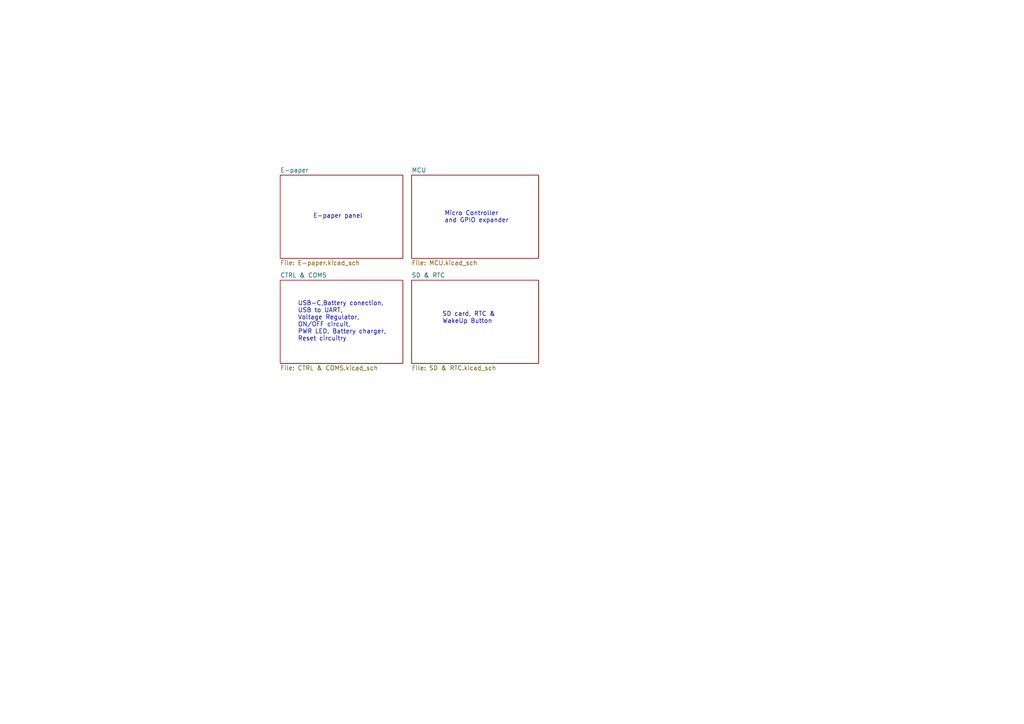
<source format=kicad_sch>
(kicad_sch (version 20211123) (generator eeschema)

  (uuid e63e39d7-6ac0-4ffd-8aa3-1841a4541b55)

  (paper "A4")

  (title_block
    (title "Soldered Inkplate 7")
    (date "2023-08-02")
    (rev "V1.1.0.")
    (company "SOLDERED")
    (comment 1 "333259")
  )

  (lib_symbols
  )


  (text "E-paper panel" (at 90.805 63.5 0)
    (effects (font (size 1.27 1.27)) (justify left bottom))
    (uuid 01c65e5b-031a-48af-9be6-e56cbfa82610)
  )
  (text "USB-C,Battery conection,\nUSB to UART,\nVoltage Regulator, \nON/OFF circuit, \nPWR LED, Battery charger,\nReset circuitry"
    (at 86.36 99.06 0)
    (effects (font (size 1.27 1.27)) (justify left bottom))
    (uuid 48c0afbc-134a-4252-93fc-de5401f92970)
  )
  (text "Micro Controller \nand GPIO expander" (at 128.905 64.77 0)
    (effects (font (size 1.27 1.27)) (justify left bottom))
    (uuid 581e088f-6980-477d-ab85-536c5503921d)
  )
  (text "SD card, RTC &\nWakeUp Button" (at 128.27 93.98 0)
    (effects (font (size 1.27 1.27)) (justify left bottom))
    (uuid d46c2d73-379f-42b5-81a1-576937a46f8f)
  )

  (sheet (at 119.38 81.28) (size 36.83 24.13) (fields_autoplaced)
    (stroke (width 0.1524) (type solid) (color 0 0 0 0))
    (fill (color 0 0 0 0.0000))
    (uuid 45eec7c6-a15e-409c-8574-297c02f7ea13)
    (property "Sheet name" "SD & RTC" (id 0) (at 119.38 80.5684 0)
      (effects (font (size 1.27 1.27)) (justify left bottom))
    )
    (property "Sheet file" "SD & RTC.kicad_sch" (id 1) (at 119.38 105.9946 0)
      (effects (font (size 1.27 1.27)) (justify left top))
    )
  )

  (sheet (at 119.38 50.8) (size 36.83 24.13) (fields_autoplaced)
    (stroke (width 0.1524) (type solid) (color 0 0 0 0))
    (fill (color 0 0 0 0.0000))
    (uuid 85688a88-775e-4a4d-a286-17d06163e760)
    (property "Sheet name" "MCU" (id 0) (at 119.38 50.0884 0)
      (effects (font (size 1.27 1.27)) (justify left bottom))
    )
    (property "Sheet file" "MCU.kicad_sch" (id 1) (at 119.38 75.5146 0)
      (effects (font (size 1.27 1.27)) (justify left top))
    )
  )

  (sheet (at 81.28 50.8) (size 35.56 24.13) (fields_autoplaced)
    (stroke (width 0.1524) (type solid) (color 0 0 0 0))
    (fill (color 0 0 0 0.0000))
    (uuid d4876469-b949-49ce-b8fe-43cb458692a4)
    (property "Sheet name" "E-paper" (id 0) (at 81.28 50.0884 0)
      (effects (font (size 1.27 1.27)) (justify left bottom))
    )
    (property "Sheet file" "E-paper.kicad_sch" (id 1) (at 81.28 75.5146 0)
      (effects (font (size 1.27 1.27)) (justify left top))
    )
  )

  (sheet (at 81.28 81.28) (size 35.56 24.13) (fields_autoplaced)
    (stroke (width 0.1524) (type solid) (color 0 0 0 0))
    (fill (color 0 0 0 0.0000))
    (uuid d7f5ed70-e933-478e-bfdc-450d0e05c7a0)
    (property "Sheet name" "CTRL & COMS" (id 0) (at 81.28 80.5684 0)
      (effects (font (size 1.27 1.27)) (justify left bottom))
    )
    (property "Sheet file" "CTRL & COMS.kicad_sch" (id 1) (at 81.28 105.9946 0)
      (effects (font (size 1.27 1.27)) (justify left top))
    )
  )

  (sheet_instances
    (path "/" (page "1"))
    (path "/d4876469-b949-49ce-b8fe-43cb458692a4" (page "2"))
    (path "/85688a88-775e-4a4d-a286-17d06163e760" (page "3"))
    (path "/d7f5ed70-e933-478e-bfdc-450d0e05c7a0" (page "4"))
    (path "/45eec7c6-a15e-409c-8574-297c02f7ea13" (page "5"))
  )

  (symbol_instances
    (path "/d4876469-b949-49ce-b8fe-43cb458692a4/6b242a5e-f672-400b-923d-c5f135f0a066"
      (reference "#PWR01") (unit 1) (value "GND") (footprint "")
    )
    (path "/d4876469-b949-49ce-b8fe-43cb458692a4/0b2b85c7-de88-4ec2-ad81-491d234c4f13"
      (reference "#PWR02") (unit 1) (value "GND") (footprint "")
    )
    (path "/d4876469-b949-49ce-b8fe-43cb458692a4/b2a76511-5947-4850-9c65-00a7a6de72af"
      (reference "#PWR03") (unit 1) (value "GND") (footprint "")
    )
    (path "/d4876469-b949-49ce-b8fe-43cb458692a4/490f1b76-11a7-4dd9-9b7a-7f1899d35d4f"
      (reference "#PWR04") (unit 1) (value "VGH") (footprint "")
    )
    (path "/d4876469-b949-49ce-b8fe-43cb458692a4/dd262133-3b1f-402a-8158-3af5e2a197f5"
      (reference "#PWR05") (unit 1) (value "VDD") (footprint "")
    )
    (path "/d4876469-b949-49ce-b8fe-43cb458692a4/cac9bfaf-befb-4bc4-a856-70ad5898782f"
      (reference "#PWR06") (unit 1) (value "VSH") (footprint "")
    )
    (path "/d4876469-b949-49ce-b8fe-43cb458692a4/1f783e1b-8141-4726-92ac-fc26fdcfa76a"
      (reference "#PWR07") (unit 1) (value "PREVGH") (footprint "")
    )
    (path "/d4876469-b949-49ce-b8fe-43cb458692a4/34b39ce7-172f-482c-bd47-dc759d12d7d7"
      (reference "#PWR08") (unit 1) (value "VSL") (footprint "")
    )
    (path "/d4876469-b949-49ce-b8fe-43cb458692a4/6e8c30bf-41e6-4b0c-812d-1aa63e1e0d83"
      (reference "#PWR09") (unit 1) (value "PREVGL") (footprint "")
    )
    (path "/d4876469-b949-49ce-b8fe-43cb458692a4/16779ab8-0ff0-4e5d-af6b-e1deee959e2e"
      (reference "#PWR010") (unit 1) (value "VCOM") (footprint "")
    )
    (path "/d4876469-b949-49ce-b8fe-43cb458692a4/50995e64-7296-4b25-9b24-87ec7499d76b"
      (reference "#PWR011") (unit 1) (value "VCOM") (footprint "")
    )
    (path "/d4876469-b949-49ce-b8fe-43cb458692a4/c2350791-8fec-4be3-8b55-c137e0d4720d"
      (reference "#PWR012") (unit 1) (value "GND") (footprint "")
    )
    (path "/d4876469-b949-49ce-b8fe-43cb458692a4/6d90ed54-d2eb-481e-8825-b4c0da15c178"
      (reference "#PWR013") (unit 1) (value "VSL") (footprint "")
    )
    (path "/d4876469-b949-49ce-b8fe-43cb458692a4/a318c5d8-2e1f-4677-941e-2e6bb7098e55"
      (reference "#PWR014") (unit 1) (value "GND") (footprint "")
    )
    (path "/d4876469-b949-49ce-b8fe-43cb458692a4/3e3a6d12-2d26-4cac-b4d5-aabf78002216"
      (reference "#PWR015") (unit 1) (value "VSH") (footprint "")
    )
    (path "/d4876469-b949-49ce-b8fe-43cb458692a4/de28e8ca-da94-4b17-90a6-6fd14251e824"
      (reference "#PWR016") (unit 1) (value "GND") (footprint "")
    )
    (path "/d4876469-b949-49ce-b8fe-43cb458692a4/4957628a-0487-4b2e-9e46-2b76a5391512"
      (reference "#PWR017") (unit 1) (value "VDD") (footprint "")
    )
    (path "/d4876469-b949-49ce-b8fe-43cb458692a4/9cd6be62-894d-4512-bedb-330151173375"
      (reference "#PWR018") (unit 1) (value "GND") (footprint "")
    )
    (path "/d4876469-b949-49ce-b8fe-43cb458692a4/8104c9c3-5795-4cc3-a103-8db2de231476"
      (reference "#PWR019") (unit 1) (value "GND") (footprint "")
    )
    (path "/d4876469-b949-49ce-b8fe-43cb458692a4/cde4a8d7-df02-40cf-88e8-96c1b0dfb72a"
      (reference "#PWR020") (unit 1) (value "GND") (footprint "")
    )
    (path "/d4876469-b949-49ce-b8fe-43cb458692a4/911e0420-07a0-4ee7-b6c6-de532f5db219"
      (reference "#PWR021") (unit 1) (value "VGH") (footprint "")
    )
    (path "/d4876469-b949-49ce-b8fe-43cb458692a4/3fb4539e-2b5f-4b67-bd02-4e2291e31b89"
      (reference "#PWR022") (unit 1) (value "GND") (footprint "")
    )
    (path "/d4876469-b949-49ce-b8fe-43cb458692a4/cb11120e-f8e3-44a6-bc9a-9e29175bafdb"
      (reference "#PWR023") (unit 1) (value "GND") (footprint "")
    )
    (path "/d4876469-b949-49ce-b8fe-43cb458692a4/59cde1ca-d4c4-4553-ab6d-ac30af0b2b13"
      (reference "#PWR024") (unit 1) (value "GND") (footprint "")
    )
    (path "/d4876469-b949-49ce-b8fe-43cb458692a4/6ae6f344-3748-4839-993e-5d27aca5df10"
      (reference "#PWR025") (unit 1) (value "3V3") (footprint "")
    )
    (path "/d4876469-b949-49ce-b8fe-43cb458692a4/08bb1afe-a1b6-4526-a9d0-eb5567e3b97c"
      (reference "#PWR026") (unit 1) (value "PREVGL") (footprint "")
    )
    (path "/d4876469-b949-49ce-b8fe-43cb458692a4/5ff3bf1b-cc9f-4ee1-9b1a-cfa84baa40e4"
      (reference "#PWR027") (unit 1) (value "GND") (footprint "")
    )
    (path "/d4876469-b949-49ce-b8fe-43cb458692a4/7b6bd202-6f9a-4305-8f5e-819afa2086ac"
      (reference "#PWR028") (unit 1) (value "PREVGH") (footprint "")
    )
    (path "/d4876469-b949-49ce-b8fe-43cb458692a4/0b183dbb-0e44-4b31-a54a-6a06e1d85828"
      (reference "#PWR029") (unit 1) (value "GND") (footprint "")
    )
    (path "/d4876469-b949-49ce-b8fe-43cb458692a4/baaf8ecd-8ebf-4199-85ef-8416242b04c0"
      (reference "#PWR030") (unit 1) (value "GND") (footprint "")
    )
    (path "/d4876469-b949-49ce-b8fe-43cb458692a4/a750d69e-cb65-4ed6-ad9d-5914969ea708"
      (reference "#PWR031") (unit 1) (value "GND") (footprint "")
    )
    (path "/d4876469-b949-49ce-b8fe-43cb458692a4/98d171be-abd4-4508-83af-5bc3bc721c8b"
      (reference "#PWR032") (unit 1) (value "GND") (footprint "")
    )
    (path "/85688a88-775e-4a4d-a286-17d06163e760/515f47c6-f67e-4e02-8b54-99994e05f34d"
      (reference "#PWR033") (unit 1) (value "3V3") (footprint "")
    )
    (path "/85688a88-775e-4a4d-a286-17d06163e760/741d2dbe-499a-4dfa-abd4-04eaf3ceb775"
      (reference "#PWR034") (unit 1) (value "GND") (footprint "")
    )
    (path "/85688a88-775e-4a4d-a286-17d06163e760/52ec4ae8-d339-4d00-8c95-93953c3c3058"
      (reference "#PWR035") (unit 1) (value "3V3") (footprint "")
    )
    (path "/85688a88-775e-4a4d-a286-17d06163e760/3149d1fe-9b01-4234-86fd-3bd31b8f925a"
      (reference "#PWR036") (unit 1) (value "GND") (footprint "")
    )
    (path "/85688a88-775e-4a4d-a286-17d06163e760/45421052-4e1a-499f-88aa-872bc74f1f82"
      (reference "#PWR037") (unit 1) (value "3V3") (footprint "")
    )
    (path "/85688a88-775e-4a4d-a286-17d06163e760/0ee9ff69-1312-415b-9fec-f278743bf9e0"
      (reference "#PWR038") (unit 1) (value "GND") (footprint "")
    )
    (path "/85688a88-775e-4a4d-a286-17d06163e760/42a9f306-2ce3-4a6c-9a60-cd1f7ee76e6b"
      (reference "#PWR039") (unit 1) (value "3V3") (footprint "")
    )
    (path "/85688a88-775e-4a4d-a286-17d06163e760/5399b1c6-6237-45d3-b656-d8a879a19be3"
      (reference "#PWR040") (unit 1) (value "GND") (footprint "")
    )
    (path "/85688a88-775e-4a4d-a286-17d06163e760/7a743fc9-eb55-4e04-8f4f-8c608ffa1d69"
      (reference "#PWR041") (unit 1) (value "GND") (footprint "")
    )
    (path "/85688a88-775e-4a4d-a286-17d06163e760/971fcb6b-34af-48dc-88f4-5428cbcd4ee7"
      (reference "#PWR042") (unit 1) (value "3V3") (footprint "")
    )
    (path "/85688a88-775e-4a4d-a286-17d06163e760/f4559cf8-b443-4df3-b335-21420fe4970e"
      (reference "#PWR043") (unit 1) (value "GND") (footprint "")
    )
    (path "/85688a88-775e-4a4d-a286-17d06163e760/68be759b-71bc-49ff-b733-729f91e576c7"
      (reference "#PWR044") (unit 1) (value "GND") (footprint "")
    )
    (path "/85688a88-775e-4a4d-a286-17d06163e760/7d44ec3f-89f8-43a6-97b8-3d60207b86e7"
      (reference "#PWR045") (unit 1) (value "GND") (footprint "")
    )
    (path "/85688a88-775e-4a4d-a286-17d06163e760/99a72be7-b052-45a5-a81c-c01879af864a"
      (reference "#PWR046") (unit 1) (value "3V3") (footprint "")
    )
    (path "/85688a88-775e-4a4d-a286-17d06163e760/9adba8cf-a187-4272-a4dc-7a894acaa1b7"
      (reference "#PWR047") (unit 1) (value "3V3") (footprint "")
    )
    (path "/85688a88-775e-4a4d-a286-17d06163e760/a8f16b0c-e3f1-42de-87f2-d441b4a5887a"
      (reference "#PWR048") (unit 1) (value "VIN") (footprint "")
    )
    (path "/85688a88-775e-4a4d-a286-17d06163e760/5714f684-d966-4f9b-be82-ead6519817ec"
      (reference "#PWR049") (unit 1) (value "GND") (footprint "")
    )
    (path "/85688a88-775e-4a4d-a286-17d06163e760/c934bc45-5f32-4f33-a86a-ad514c0d3026"
      (reference "#PWR050") (unit 1) (value "GND") (footprint "")
    )
    (path "/85688a88-775e-4a4d-a286-17d06163e760/84b2b8f2-43e3-4e29-9bb7-8475d4fac364"
      (reference "#PWR051") (unit 1) (value "VBAT") (footprint "")
    )
    (path "/d7f5ed70-e933-478e-bfdc-450d0e05c7a0/88c1d520-e6af-49c7-a320-992e7d5c5f92"
      (reference "#PWR052") (unit 1) (value "GND") (footprint "")
    )
    (path "/d7f5ed70-e933-478e-bfdc-450d0e05c7a0/73b71992-f927-4c01-9a79-9963e3d17221"
      (reference "#PWR053") (unit 1) (value "GND") (footprint "")
    )
    (path "/d7f5ed70-e933-478e-bfdc-450d0e05c7a0/e9c742f6-903a-485f-8b97-7d43209ebe7c"
      (reference "#PWR054") (unit 1) (value "VUSB") (footprint "")
    )
    (path "/d7f5ed70-e933-478e-bfdc-450d0e05c7a0/34e773b2-0d30-46ba-bf18-7af5cbbb92b1"
      (reference "#PWR055") (unit 1) (value "GND") (footprint "")
    )
    (path "/d7f5ed70-e933-478e-bfdc-450d0e05c7a0/bf3e369c-93ad-4e32-b7d0-0fb2730e2035"
      (reference "#PWR056") (unit 1) (value "3V3") (footprint "")
    )
    (path "/d7f5ed70-e933-478e-bfdc-450d0e05c7a0/0f758823-0bd2-4da5-b87d-da32a84dcd8e"
      (reference "#PWR057") (unit 1) (value "GND") (footprint "")
    )
    (path "/d7f5ed70-e933-478e-bfdc-450d0e05c7a0/4d260736-bb66-43c4-a6fe-7a745ef8f163"
      (reference "#PWR058") (unit 1) (value "GND") (footprint "")
    )
    (path "/d7f5ed70-e933-478e-bfdc-450d0e05c7a0/b2ca9bf9-25c9-4df6-aa36-8529aadbda2c"
      (reference "#PWR059") (unit 1) (value "GND") (footprint "")
    )
    (path "/d7f5ed70-e933-478e-bfdc-450d0e05c7a0/f8b95d1a-e4f8-4515-90a4-141b05e62093"
      (reference "#PWR060") (unit 1) (value "3V3") (footprint "")
    )
    (path "/d7f5ed70-e933-478e-bfdc-450d0e05c7a0/19d30912-67af-4de8-9c63-a1a408237342"
      (reference "#PWR061") (unit 1) (value "VUSB") (footprint "")
    )
    (path "/d7f5ed70-e933-478e-bfdc-450d0e05c7a0/e2a51f1a-4425-4549-b37b-8a2ce82ad860"
      (reference "#PWR062") (unit 1) (value "GND") (footprint "")
    )
    (path "/d7f5ed70-e933-478e-bfdc-450d0e05c7a0/e09391e4-9a6a-4084-9be2-7f622e39c58c"
      (reference "#PWR063") (unit 1) (value "3V3") (footprint "")
    )
    (path "/d7f5ed70-e933-478e-bfdc-450d0e05c7a0/5cad19f4-5f26-4461-8ed3-7e39c055984f"
      (reference "#PWR064") (unit 1) (value "3V3") (footprint "")
    )
    (path "/d7f5ed70-e933-478e-bfdc-450d0e05c7a0/be634cbc-3575-4ad7-97a4-c7c4dcf40c80"
      (reference "#PWR065") (unit 1) (value "GND") (footprint "")
    )
    (path "/d7f5ed70-e933-478e-bfdc-450d0e05c7a0/b568bcb3-2cc4-43e3-b94c-5f0a2a087bf7"
      (reference "#PWR066") (unit 1) (value "VBAT") (footprint "")
    )
    (path "/d7f5ed70-e933-478e-bfdc-450d0e05c7a0/c639e71a-510d-44f3-a4d6-1954e7e64f33"
      (reference "#PWR067") (unit 1) (value "GND") (footprint "")
    )
    (path "/d7f5ed70-e933-478e-bfdc-450d0e05c7a0/e23fb7e1-005c-425d-ae94-074c5a339c3b"
      (reference "#PWR068") (unit 1) (value "VBAT") (footprint "")
    )
    (path "/d7f5ed70-e933-478e-bfdc-450d0e05c7a0/2d44580c-58f5-4327-9402-e05bc6065e27"
      (reference "#PWR069") (unit 1) (value "GND") (footprint "")
    )
    (path "/d7f5ed70-e933-478e-bfdc-450d0e05c7a0/c2050c7b-707a-4571-9d6d-ea0fcac32eb2"
      (reference "#PWR070") (unit 1) (value "GND") (footprint "")
    )
    (path "/d7f5ed70-e933-478e-bfdc-450d0e05c7a0/9a2d617e-0846-4445-912d-c2e9ca2aa2ea"
      (reference "#PWR071") (unit 1) (value "VIN") (footprint "")
    )
    (path "/d7f5ed70-e933-478e-bfdc-450d0e05c7a0/118877e3-aada-4196-a2c1-90600a55a3a2"
      (reference "#PWR072") (unit 1) (value "VBAT") (footprint "")
    )
    (path "/d7f5ed70-e933-478e-bfdc-450d0e05c7a0/d31a32fa-6b40-4c7b-9351-7d8a88b3d1ee"
      (reference "#PWR073") (unit 1) (value "3V3") (footprint "")
    )
    (path "/d7f5ed70-e933-478e-bfdc-450d0e05c7a0/029ccb8c-909d-44f5-b6ab-3be01cf6293c"
      (reference "#PWR074") (unit 1) (value "GND") (footprint "")
    )
    (path "/d7f5ed70-e933-478e-bfdc-450d0e05c7a0/3ada834d-9255-4979-b099-7644ad875b7a"
      (reference "#PWR075") (unit 1) (value "VUSB") (footprint "")
    )
    (path "/d7f5ed70-e933-478e-bfdc-450d0e05c7a0/96338d7e-c430-4a7c-8bad-6c411753833f"
      (reference "#PWR076") (unit 1) (value "GND") (footprint "")
    )
    (path "/d7f5ed70-e933-478e-bfdc-450d0e05c7a0/1828217d-5ae8-4bad-a935-cea7b001a682"
      (reference "#PWR077") (unit 1) (value "VBAT") (footprint "")
    )
    (path "/d7f5ed70-e933-478e-bfdc-450d0e05c7a0/815159d0-19a1-4d51-a0dc-1b1b1aa67ba3"
      (reference "#PWR078") (unit 1) (value "GND") (footprint "")
    )
    (path "/d7f5ed70-e933-478e-bfdc-450d0e05c7a0/74061df0-18e0-4048-b566-76e76ba489a2"
      (reference "#PWR079") (unit 1) (value "GND") (footprint "")
    )
    (path "/d7f5ed70-e933-478e-bfdc-450d0e05c7a0/b573bb93-4fd7-4ab4-a5e6-f367f066e403"
      (reference "#PWR080") (unit 1) (value "GND") (footprint "")
    )
    (path "/d7f5ed70-e933-478e-bfdc-450d0e05c7a0/08b3a02e-d63b-4b38-9af8-54d87cc95785"
      (reference "#PWR081") (unit 1) (value "GND") (footprint "")
    )
    (path "/d7f5ed70-e933-478e-bfdc-450d0e05c7a0/22949a25-a45c-47fc-b266-7f0f66eb81e2"
      (reference "#PWR082") (unit 1) (value "GND") (footprint "")
    )
    (path "/d7f5ed70-e933-478e-bfdc-450d0e05c7a0/42fd795d-4ca4-4fc3-ac73-ec2457e8f6d1"
      (reference "#PWR083") (unit 1) (value "VUSB") (footprint "")
    )
    (path "/d7f5ed70-e933-478e-bfdc-450d0e05c7a0/ccc10f2c-437a-439d-b839-d2553692e389"
      (reference "#PWR084") (unit 1) (value "GND") (footprint "")
    )
    (path "/d7f5ed70-e933-478e-bfdc-450d0e05c7a0/888fc060-f4c4-4790-8ab5-9517c8d2c7db"
      (reference "#PWR085") (unit 1) (value "3V3") (footprint "")
    )
    (path "/d7f5ed70-e933-478e-bfdc-450d0e05c7a0/8d7faae8-181d-4e19-95e8-c15382de89d6"
      (reference "#PWR086") (unit 1) (value "GND") (footprint "")
    )
    (path "/d7f5ed70-e933-478e-bfdc-450d0e05c7a0/493a16de-4ae3-435d-8f6b-4ef66126eeeb"
      (reference "#PWR087") (unit 1) (value "VIN") (footprint "")
    )
    (path "/d7f5ed70-e933-478e-bfdc-450d0e05c7a0/23746fa6-a9c9-4b29-9ae4-62a84efe2417"
      (reference "#PWR088") (unit 1) (value "VUSB") (footprint "")
    )
    (path "/d7f5ed70-e933-478e-bfdc-450d0e05c7a0/fbe588ba-a20e-4291-ab1e-d66f94bc67b8"
      (reference "#PWR089") (unit 1) (value "GND") (footprint "")
    )
    (path "/d7f5ed70-e933-478e-bfdc-450d0e05c7a0/f7e83a01-113d-4c9d-ae7b-65df983f7278"
      (reference "#PWR090") (unit 1) (value "VBAT") (footprint "")
    )
    (path "/d7f5ed70-e933-478e-bfdc-450d0e05c7a0/da70975f-e4b3-40fb-a746-f014aa3da9df"
      (reference "#PWR091") (unit 1) (value "GND") (footprint "")
    )
    (path "/d7f5ed70-e933-478e-bfdc-450d0e05c7a0/124ddcb1-3136-4b23-997f-cdbac7092117"
      (reference "#PWR092") (unit 1) (value "VIN") (footprint "")
    )
    (path "/d7f5ed70-e933-478e-bfdc-450d0e05c7a0/5e1d1993-f66f-4a6c-9f20-6d78f1f87416"
      (reference "#PWR093") (unit 1) (value "GND") (footprint "")
    )
    (path "/d7f5ed70-e933-478e-bfdc-450d0e05c7a0/d6e1e720-1394-4eff-b965-afa8ad6808db"
      (reference "#PWR094") (unit 1) (value "VIN") (footprint "")
    )
    (path "/d7f5ed70-e933-478e-bfdc-450d0e05c7a0/f1f1d54c-59e8-4c7c-9257-85b5d8e5be5c"
      (reference "#PWR095") (unit 1) (value "GND") (footprint "")
    )
    (path "/d7f5ed70-e933-478e-bfdc-450d0e05c7a0/2ed49adf-df71-4e37-94ee-afcd5d677269"
      (reference "#PWR096") (unit 1) (value "GND") (footprint "")
    )
    (path "/d7f5ed70-e933-478e-bfdc-450d0e05c7a0/bff49ab9-9cd4-43a2-9fc1-1ab969c2e815"
      (reference "#PWR097") (unit 1) (value "GND") (footprint "")
    )
    (path "/d7f5ed70-e933-478e-bfdc-450d0e05c7a0/d9e0edfe-2c88-4593-920b-8278dae148d8"
      (reference "#PWR098") (unit 1) (value "3V3") (footprint "")
    )
    (path "/d7f5ed70-e933-478e-bfdc-450d0e05c7a0/abfc5437-0013-4c3a-8f5a-92f227249610"
      (reference "#PWR099") (unit 1) (value "GND") (footprint "")
    )
    (path "/45eec7c6-a15e-409c-8574-297c02f7ea13/84ec55a7-cdd9-41cc-9daa-addac706038b"
      (reference "#PWR0100") (unit 1) (value "GND") (footprint "")
    )
    (path "/45eec7c6-a15e-409c-8574-297c02f7ea13/8c78b531-00c6-426a-b75e-0d812e7558f5"
      (reference "#PWR0101") (unit 1) (value "3V3") (footprint "")
    )
    (path "/45eec7c6-a15e-409c-8574-297c02f7ea13/e6399aa4-ae54-48f2-ac4c-d0f6d2879af1"
      (reference "#PWR0102") (unit 1) (value "GND") (footprint "")
    )
    (path "/45eec7c6-a15e-409c-8574-297c02f7ea13/2d3573c1-18b8-4ec2-9ce9-bea043ed0d8d"
      (reference "#PWR0103") (unit 1) (value "3V3") (footprint "")
    )
    (path "/45eec7c6-a15e-409c-8574-297c02f7ea13/37cbf9f7-ccd8-42df-9f7a-6b9347a094f2"
      (reference "#PWR0104") (unit 1) (value "3V3") (footprint "")
    )
    (path "/45eec7c6-a15e-409c-8574-297c02f7ea13/3b00d4f9-938d-4b1c-be32-6426c76909bc"
      (reference "#PWR0105") (unit 1) (value "3V3") (footprint "")
    )
    (path "/45eec7c6-a15e-409c-8574-297c02f7ea13/622d6ece-5df7-4b9c-b800-653f5af9845e"
      (reference "#PWR0106") (unit 1) (value "GND") (footprint "")
    )
    (path "/45eec7c6-a15e-409c-8574-297c02f7ea13/34caa346-facf-4258-bfda-ecf249ace61b"
      (reference "#PWR0107") (unit 1) (value "GND") (footprint "")
    )
    (path "/45eec7c6-a15e-409c-8574-297c02f7ea13/4cf91504-5c20-46cf-8e0c-7396f1c118d8"
      (reference "#PWR0108") (unit 1) (value "GND") (footprint "")
    )
    (path "/45eec7c6-a15e-409c-8574-297c02f7ea13/17c865b7-2e7c-465a-9d00-03990c846c33"
      (reference "#PWR0109") (unit 1) (value "3V3") (footprint "")
    )
    (path "/45eec7c6-a15e-409c-8574-297c02f7ea13/18157c86-6fe2-41e2-862e-860e61cae2be"
      (reference "#PWR0110") (unit 1) (value "GND") (footprint "")
    )
    (path "/45eec7c6-a15e-409c-8574-297c02f7ea13/8e5aabfd-0b3b-4850-aed6-a0c95ec05656"
      (reference "#PWR0111") (unit 1) (value "GND") (footprint "")
    )
    (path "/d4876469-b949-49ce-b8fe-43cb458692a4/7ddb5057-4bdd-4fd5-8037-7e1e981d1855"
      (reference "C1") (unit 1) (value "GMK107BJ105KAHT-1u-35V") (footprint "e-radionica.com footprinti:0603C")
    )
    (path "/d4876469-b949-49ce-b8fe-43cb458692a4/09f515c6-a08e-484e-ae28-0a543db353d5"
      (reference "C2") (unit 1) (value "UMK212BBJ475KG-T-4u7-50V") (footprint "e-radionica.com footprinti:0805C")
    )
    (path "/d4876469-b949-49ce-b8fe-43cb458692a4/f15d0f29-893e-4a62-baee-61b16a2c17d1"
      (reference "C3") (unit 1) (value "UMK212BBJ475KG-T-4u7-50V") (footprint "e-radionica.com footprinti:0805C")
    )
    (path "/d4876469-b949-49ce-b8fe-43cb458692a4/ccd521ea-738b-4be1-8341-0db4eb7f99d7"
      (reference "C4") (unit 1) (value "GMK107BJ105KAHT-1u-35V") (footprint "e-radionica.com footprinti:0603C")
    )
    (path "/d4876469-b949-49ce-b8fe-43cb458692a4/2298d10f-bb5a-4ef0-9aec-a99faec63da9"
      (reference "C5") (unit 1) (value "GMK107BJ105KAHT-1u-35V") (footprint "e-radionica.com footprinti:0603C")
    )
    (path "/d4876469-b949-49ce-b8fe-43cb458692a4/f83027bb-070f-4557-83ad-0674e9289727"
      (reference "C6") (unit 1) (value "GMK107BJ105KAHT-1u-35V") (footprint "e-radionica.com footprinti:0603C")
    )
    (path "/d4876469-b949-49ce-b8fe-43cb458692a4/7a838f72-ba56-4f82-afcf-9a380d690d5b"
      (reference "C7") (unit 1) (value "UMK212BBJ475KG-T-4u7-50V") (footprint "e-radionica.com footprinti:0805C")
    )
    (path "/d4876469-b949-49ce-b8fe-43cb458692a4/3853fd75-af9d-45da-8752-a36110490c69"
      (reference "C8") (unit 1) (value "UMK212BBJ475KG-T-4u7-50V") (footprint "e-radionica.com footprinti:0805C")
    )
    (path "/d4876469-b949-49ce-b8fe-43cb458692a4/90fdbdfe-1ed1-434a-bae4-a345087ae78d"
      (reference "C9") (unit 1) (value "UMK212BBJ475KG-T-4u7-50V") (footprint "e-radionica.com footprinti:0805C")
    )
    (path "/d4876469-b949-49ce-b8fe-43cb458692a4/11373472-8a91-4578-bed7-64a0e1ed98fd"
      (reference "C10") (unit 1) (value "UMK212BBJ475KG-T-4u7-50V") (footprint "e-radionica.com footprinti:0805C")
    )
    (path "/85688a88-775e-4a4d-a286-17d06163e760/5891a305-e0d9-4678-bb3b-175aa8f333cb"
      (reference "C11") (unit 1) (value "10u") (footprint "e-radionica.com footprinti:1206C")
    )
    (path "/85688a88-775e-4a4d-a286-17d06163e760/b7ac74db-e0e3-4bf5-96e6-409ec9efec18"
      (reference "C12") (unit 1) (value "DNP") (footprint "e-radionica.com footprinti:2917C")
    )
    (path "/85688a88-775e-4a4d-a286-17d06163e760/cec94809-afca-4bd8-8de5-cca65a16b4a5"
      (reference "C13") (unit 1) (value "2u2") (footprint "e-radionica.com footprinti:0603C")
    )
    (path "/85688a88-775e-4a4d-a286-17d06163e760/2e20ef52-b1a3-4354-ac1f-97e80af4d93e"
      (reference "C14") (unit 1) (value "100n") (footprint "e-radionica.com footprinti:0603C")
    )
    (path "/85688a88-775e-4a4d-a286-17d06163e760/c216d8b6-cc78-46c9-91c8-dfba66fc3698"
      (reference "C15") (unit 1) (value "100n") (footprint "e-radionica.com footprinti:0603C")
    )
    (path "/d7f5ed70-e933-478e-bfdc-450d0e05c7a0/4f6ca455-3fca-4fa3-9349-b0bbb6041763"
      (reference "C16") (unit 1) (value "100n") (footprint "e-radionica.com footprinti:0603C")
    )
    (path "/d7f5ed70-e933-478e-bfdc-450d0e05c7a0/c4606ba7-871a-4857-bf3f-b451edbc7b06"
      (reference "C17") (unit 1) (value "10u") (footprint "e-radionica.com footprinti:1206C")
    )
    (path "/d7f5ed70-e933-478e-bfdc-450d0e05c7a0/429032de-5d4e-4803-89d6-bc5c81b55105"
      (reference "C18") (unit 1) (value "100n") (footprint "e-radionica.com footprinti:0603C")
    )
    (path "/d7f5ed70-e933-478e-bfdc-450d0e05c7a0/ce4ce86e-5627-4738-aca5-62ef32a61659"
      (reference "C19") (unit 1) (value "100n") (footprint "e-radionica.com footprinti:0603C")
    )
    (path "/d7f5ed70-e933-478e-bfdc-450d0e05c7a0/14384ab7-9237-42c8-b35d-9a3eaaf4d9aa"
      (reference "C20") (unit 1) (value "DNP") (footprint "e-radionica.com footprinti:2917C")
    )
    (path "/d7f5ed70-e933-478e-bfdc-450d0e05c7a0/ccb69e04-acb6-42b8-9eec-6408997846e8"
      (reference "C21") (unit 1) (value "2u2") (footprint "e-radionica.com footprinti:0603C")
    )
    (path "/d7f5ed70-e933-478e-bfdc-450d0e05c7a0/2b93395d-a6ef-449d-b77d-7e01bfc92129"
      (reference "C22") (unit 1) (value "2u2") (footprint "e-radionica.com footprinti:0603C")
    )
    (path "/d7f5ed70-e933-478e-bfdc-450d0e05c7a0/7d7d36d8-4499-4520-bdc3-35909e0ca2cf"
      (reference "C23") (unit 1) (value "10u") (footprint "e-radionica.com footprinti:1206C")
    )
    (path "/d7f5ed70-e933-478e-bfdc-450d0e05c7a0/e5eaf5f7-438f-4586-85d3-d29a0d1caf5f"
      (reference "C24") (unit 1) (value "2u2") (footprint "e-radionica.com footprinti:0603C")
    )
    (path "/d7f5ed70-e933-478e-bfdc-450d0e05c7a0/c1f638b9-9bc0-44dc-b304-ec66c7f0c4cb"
      (reference "C25") (unit 1) (value "100n") (footprint "e-radionica.com footprinti:0603C")
    )
    (path "/d7f5ed70-e933-478e-bfdc-450d0e05c7a0/15e81ace-0408-49c6-8334-d1d66d79415e"
      (reference "C26") (unit 1) (value "100n") (footprint "e-radionica.com footprinti:0603C")
    )
    (path "/d7f5ed70-e933-478e-bfdc-450d0e05c7a0/e911f5aa-ec07-4958-8f83-a29c67ef4e6d"
      (reference "C27") (unit 1) (value "2u2") (footprint "e-radionica.com footprinti:0603C")
    )
    (path "/d7f5ed70-e933-478e-bfdc-450d0e05c7a0/5f9f1542-7716-451f-be99-d0e874edeb87"
      (reference "C28") (unit 1) (value "100n") (footprint "e-radionica.com footprinti:0603C")
    )
    (path "/d7f5ed70-e933-478e-bfdc-450d0e05c7a0/1f0bb5d0-f2db-4b59-ae64-ed9996a626e5"
      (reference "C29") (unit 1) (value "100n") (footprint "e-radionica.com footprinti:0603C")
    )
    (path "/45eec7c6-a15e-409c-8574-297c02f7ea13/71e34899-62c6-4222-b137-dde78d32868b"
      (reference "C30") (unit 1) (value "DNP") (footprint "e-radionica.com footprinti:0603C")
    )
    (path "/45eec7c6-a15e-409c-8574-297c02f7ea13/6d40f3eb-973b-487c-ad25-681afa497c2e"
      (reference "C31") (unit 1) (value "DNP") (footprint "e-radionica.com footprinti:0603C")
    )
    (path "/45eec7c6-a15e-409c-8574-297c02f7ea13/84bdbd5e-341b-41a8-8efa-cac3bf870154"
      (reference "C32") (unit 1) (value "100n") (footprint "e-radionica.com footprinti:0603C")
    )
    (path "/45eec7c6-a15e-409c-8574-297c02f7ea13/5f111540-254b-4cf7-a68e-4f59c9531cd5"
      (reference "C33") (unit 1) (value "2u2") (footprint "e-radionica.com footprinti:0603C")
    )
    (path "/45eec7c6-a15e-409c-8574-297c02f7ea13/dcb9d576-ef08-4b0c-9e76-23d256a58689"
      (reference "C34") (unit 1) (value "100n") (footprint "e-radionica.com footprinti:0603C")
    )
    (path "/45eec7c6-a15e-409c-8574-297c02f7ea13/1b5313be-3ee2-4643-a32e-a26d0748f252"
      (reference "C35") (unit 1) (value "100n") (footprint "e-radionica.com footprinti:0603C")
    )
    (path "/d4876469-b949-49ce-b8fe-43cb458692a4/b538f113-c8e2-43e0-b87a-2790e1cc7b42"
      (reference "D1") (unit 1) (value "MBR0530T1G") (footprint "e-radionica.com footprinti:SOD−123")
    )
    (path "/d4876469-b949-49ce-b8fe-43cb458692a4/7ed6bb29-502e-4601-b242-c6a6b89cf86f"
      (reference "D2") (unit 1) (value "MBR0530T1G") (footprint "e-radionica.com footprinti:SOD−123")
    )
    (path "/d4876469-b949-49ce-b8fe-43cb458692a4/edd4787d-6336-490e-9308-c50dfaa6eff9"
      (reference "D3") (unit 1) (value "MBR0530T1G") (footprint "e-radionica.com footprinti:SOD−123")
    )
    (path "/d7f5ed70-e933-478e-bfdc-450d0e05c7a0/e98bb725-9616-4abe-8ece-48eb13bc2603"
      (reference "D4") (unit 1) (value "RED") (footprint "e-radionica.com footprinti:0402LED")
    )
    (path "/d7f5ed70-e933-478e-bfdc-450d0e05c7a0/c3bb9159-53c3-4ed5-b3e7-067eeb7abaeb"
      (reference "D5") (unit 1) (value "0603LED_SIDE") (footprint "e-radionica.com footprinti:LTST-S270GKT")
    )
    (path "/d7f5ed70-e933-478e-bfdc-450d0e05c7a0/283eee83-177e-4770-86de-0fe9b568feee"
      (reference "D6") (unit 1) (value "BAT20J") (footprint "e-radionica.com footprinti:SOD-323")
    )
    (path "/45eec7c6-a15e-409c-8574-297c02f7ea13/add9a246-51ba-46aa-8e6d-342424332777"
      (reference "D7") (unit 1) (value "M4_DIODA") (footprint "e-radionica.com footprinti:M4_DIODA")
    )
    (path "/45eec7c6-a15e-409c-8574-297c02f7ea13/84849bda-21a0-4df3-8649-6c1639727076"
      (reference "D8") (unit 1) (value "M4_DIODA") (footprint "e-radionica.com footprinti:M4_DIODA")
    )
    (path "/d7f5ed70-e933-478e-bfdc-450d0e05c7a0/87956549-637c-4b51-a806-31797546d9ce"
      (reference "F1") (unit 1) (value "1206FUSE-500mA") (footprint "e-radionica.com footprinti:1206FUSE")
    )
    (path "/85688a88-775e-4a4d-a286-17d06163e760/9243768c-3a50-4f45-a257-bec2d7cf9426"
      (reference "FD1") (unit 1) (value "FIDUCIAL") (footprint "e-radionica.com footprinti:FIDUCIAL_23")
    )
    (path "/85688a88-775e-4a4d-a286-17d06163e760/638cebdc-8c33-4116-ae14-ffb967d6aca9"
      (reference "FD2") (unit 1) (value "FIDUCIAL") (footprint "e-radionica.com footprinti:FIDUCIAL_23")
    )
    (path "/85688a88-775e-4a4d-a286-17d06163e760/78f511d1-d332-4c13-8aa1-de580b391d07"
      (reference "H1") (unit 1) (value "Standoff_M3") (footprint "e-radionica.com footprinti:Standoff_M3")
    )
    (path "/85688a88-775e-4a4d-a286-17d06163e760/a6f6ac81-9f32-4dc8-8ab5-c9ca71e9f2f4"
      (reference "H2") (unit 1) (value "Standoff_M3") (footprint "e-radionica.com footprinti:Standoff_M3")
    )
    (path "/85688a88-775e-4a4d-a286-17d06163e760/5067e99c-a783-4511-aacb-9d04f46650a2"
      (reference "H3") (unit 1) (value "Standoff_M3") (footprint "e-radionica.com footprinti:Standoff_M3")
    )
    (path "/85688a88-775e-4a4d-a286-17d06163e760/6953cc6f-062c-43f9-81c1-45b389b573fd"
      (reference "H4") (unit 1) (value "Standoff_M3") (footprint "e-radionica.com footprinti:Standoff_M3")
    )
    (path "/85688a88-775e-4a4d-a286-17d06163e760/cc816683-1567-4503-9b7f-a72ce2dc0dd3"
      (reference "JP1") (unit 1) (value "SMD_JUMPER_3_PAD_CONNECTED_LEFT_TRACE") (footprint "e-radionica.com footprinti:SMD_JUMPER_3_PAD_CONNECTED_LEFT_TRACE")
    )
    (path "/85688a88-775e-4a4d-a286-17d06163e760/d8726583-585b-4950-9327-6a22a87d7342"
      (reference "JP2") (unit 1) (value "SMD_JUMPER_3_PAD_CONNECTED_LEFT_TRACE") (footprint "e-radionica.com footprinti:SMD_JUMPER_3_PAD_CONNECTED_LEFT_TRACE")
    )
    (path "/85688a88-775e-4a4d-a286-17d06163e760/c0d035b0-5eb4-459e-8619-38956996add9"
      (reference "JP3") (unit 1) (value "SMD_JUMPER_3_PAD_CONNECTED_LEFT_TRACE") (footprint "e-radionica.com footprinti:SMD_JUMPER_3_PAD_CONNECTED_LEFT_TRACE")
    )
    (path "/45eec7c6-a15e-409c-8574-297c02f7ea13/03d84478-0942-4a0c-88d0-ef23e99c2d67"
      (reference "JP4") (unit 1) (value "SMD_JUMPER") (footprint "e-radionica.com footprinti:SMD_JUMPER")
    )
    (path "/45eec7c6-a15e-409c-8574-297c02f7ea13/35f6257f-ea5e-4afe-bc96-d6732a8e154a"
      (reference "JP5") (unit 1) (value "SMD_JUMPER_3_PAD_CONNECTED_LEFT_TRACE") (footprint "e-radionica.com footprinti:SMD_JUMPER_3_PAD_CONNECTED_LEFT_TRACE")
    )
    (path "/45eec7c6-a15e-409c-8574-297c02f7ea13/fa6764b9-e02a-4ddd-b9b5-0e72b8ca13c1"
      (reference "JP6") (unit 1) (value "SMD_JUMPER_3_PAD_CONNECTED_LEFT_TRACE") (footprint "e-radionica.com footprinti:SMD_JUMPER_3_PAD_CONNECTED_LEFT_TRACE")
    )
    (path "/d4876469-b949-49ce-b8fe-43cb458692a4/44c58a95-0a71-48f1-bbe6-1098c2b01196"
      (reference "K1") (unit 1) (value "SFV24R-2STBE1HLF") (footprint "e-radionica.com footprinti:SFV24R-2STBE1HLF")
    )
    (path "/85688a88-775e-4a4d-a286-17d06163e760/e30c9b26-0047-472e-aed6-213a00298241"
      (reference "K2") (unit 1) (value "HEADER_MALE_1X1_Inkplate") (footprint "e-radionica.com footprinti:HEADER_MALE_1X1_Inkplate")
    )
    (path "/85688a88-775e-4a4d-a286-17d06163e760/fdabcc3b-21f7-496e-a2c2-912a36f7ba82"
      (reference "K3") (unit 1) (value "HEADER_MALE_1X1_Inkplate") (footprint "e-radionica.com footprinti:HEADER_MALE_1X1_Inkplate")
    )
    (path "/85688a88-775e-4a4d-a286-17d06163e760/a0956299-8dff-465d-a002-b81f5747602f"
      (reference "K4") (unit 1) (value "HEADER_MALE_1X1_Inkplate") (footprint "e-radionica.com footprinti:HEADER_MALE_1X1_Inkplate")
    )
    (path "/85688a88-775e-4a4d-a286-17d06163e760/85c78792-824b-4b87-8545-675fb74a5cd9"
      (reference "K5") (unit 1) (value "HEADER_MALE_1X1_Inkplate") (footprint "e-radionica.com footprinti:HEADER_MALE_1X1_Inkplate")
    )
    (path "/85688a88-775e-4a4d-a286-17d06163e760/c8f49e14-26ec-45d1-bdf8-1fe677343802"
      (reference "K6") (unit 1) (value "HEADER_MALE_1X1_Inkplate") (footprint "e-radionica.com footprinti:HEADER_MALE_1X1_Inkplate")
    )
    (path "/85688a88-775e-4a4d-a286-17d06163e760/7ed9763c-ac65-45cf-9acc-aa8a18e2d779"
      (reference "K7") (unit 1) (value "HEADER_MALE_1X1_Inkplate") (footprint "e-radionica.com footprinti:HEADER_MALE_1X1_Inkplate")
    )
    (path "/85688a88-775e-4a4d-a286-17d06163e760/cb327d7c-ac57-4be4-a5e9-3a8a47fbf6b8"
      (reference "K8") (unit 1) (value "HEADER_MALE_1X1_Inkplate") (footprint "e-radionica.com footprinti:HEADER_MALE_1X1_Inkplate")
    )
    (path "/85688a88-775e-4a4d-a286-17d06163e760/d89329a4-d75c-44a1-ab81-ee6e2bc21b94"
      (reference "K9") (unit 1) (value "HEADER_MALE_1X1_Inkplate") (footprint "e-radionica.com footprinti:HEADER_MALE_1X1_Inkplate")
    )
    (path "/85688a88-775e-4a4d-a286-17d06163e760/c34e2873-988a-4345-959d-0181c94cfc9f"
      (reference "K10") (unit 1) (value "HEADER_MALE_1X1_Inkplate") (footprint "e-radionica.com footprinti:HEADER_MALE_1X1_Inkplate")
    )
    (path "/85688a88-775e-4a4d-a286-17d06163e760/70b190fb-f7c0-4202-ae01-c69df1be0109"
      (reference "K11") (unit 1) (value "HEADER_MALE_1X1_Inkplate") (footprint "e-radionica.com footprinti:HEADER_MALE_1X1_Inkplate")
    )
    (path "/85688a88-775e-4a4d-a286-17d06163e760/2892dc2b-09b7-4145-b786-8dfc84b0fd8d"
      (reference "K12") (unit 1) (value "HEADER_MALE_1X1_Inkplate") (footprint "e-radionica.com footprinti:HEADER_MALE_1X1_Inkplate")
    )
    (path "/85688a88-775e-4a4d-a286-17d06163e760/bd933f51-4a4a-4751-bce6-ffcd9900c861"
      (reference "K13") (unit 1) (value "HEADER_MALE_1X1_Inkplate") (footprint "e-radionica.com footprinti:HEADER_MALE_1X1_Inkplate")
    )
    (path "/85688a88-775e-4a4d-a286-17d06163e760/a82f7aea-d583-487c-82c8-7e0797ab5c02"
      (reference "K14") (unit 1) (value "HEADER_MALE_1X1_Inkplate") (footprint "e-radionica.com footprinti:HEADER_MALE_1X1_Inkplate")
    )
    (path "/85688a88-775e-4a4d-a286-17d06163e760/98c22792-0834-4f11-9b8c-8e96da9b4718"
      (reference "K15") (unit 1) (value "HEADER_MALE_1X1_Inkplate") (footprint "e-radionica.com footprinti:HEADER_MALE_1X1_Inkplate")
    )
    (path "/85688a88-775e-4a4d-a286-17d06163e760/72a34f1d-7d61-4acf-87d8-e6954ae7f4f7"
      (reference "K16") (unit 1) (value "HEADER_MALE_1X1_Inkplate") (footprint "e-radionica.com footprinti:HEADER_MALE_1X1_Inkplate")
    )
    (path "/85688a88-775e-4a4d-a286-17d06163e760/e74cc5f4-c664-49d8-8b6f-123ed3ccb395"
      (reference "K17") (unit 1) (value "HEADER_MALE_1X1_Inkplate") (footprint "e-radionica.com footprinti:HEADER_MALE_1X1_Inkplate")
    )
    (path "/85688a88-775e-4a4d-a286-17d06163e760/82d16010-f229-48d8-aea9-c3cb2ce00ac8"
      (reference "K18") (unit 1) (value "HEADER_MALE_1X1_Inkplate") (footprint "e-radionica.com footprinti:HEADER_MALE_1X1_Inkplate")
    )
    (path "/85688a88-775e-4a4d-a286-17d06163e760/6a2168c6-0954-4dff-ac8e-118d0fafcf07"
      (reference "K19") (unit 1) (value "HEADER_MALE_1X1_Inkplate") (footprint "e-radionica.com footprinti:HEADER_MALE_1X1_Inkplate")
    )
    (path "/85688a88-775e-4a4d-a286-17d06163e760/7b65baa6-fa98-4acf-a7b3-96560084e851"
      (reference "K20") (unit 1) (value "HEADER_MALE_1X1_Inkplate") (footprint "e-radionica.com footprinti:HEADER_MALE_1X1_Inkplate")
    )
    (path "/85688a88-775e-4a4d-a286-17d06163e760/8a7ba552-6323-48f8-b67f-52cb829945c3"
      (reference "K21") (unit 1) (value "HEADER_MALE_1X1_Inkplate") (footprint "e-radionica.com footprinti:HEADER_MALE_1X1_Inkplate")
    )
    (path "/85688a88-775e-4a4d-a286-17d06163e760/faa6b233-a38f-4916-a20c-a2be67cf8518"
      (reference "K22") (unit 1) (value "HEADER_MALE_1X1_Inkplate") (footprint "e-radionica.com footprinti:HEADER_MALE_1X1_Inkplate")
    )
    (path "/85688a88-775e-4a4d-a286-17d06163e760/2c4cc815-966f-434f-ad5a-5874ecb9226f"
      (reference "K23") (unit 1) (value "HEADER_MALE_1X1_Inkplate") (footprint "e-radionica.com footprinti:HEADER_MALE_1X1_Inkplate")
    )
    (path "/85688a88-775e-4a4d-a286-17d06163e760/d9888dc7-a86c-4225-9c51-6c6fe198f04c"
      (reference "K24") (unit 1) (value "HEADER_MALE_1X1_Inkplate") (footprint "e-radionica.com footprinti:HEADER_MALE_1X1_Inkplate")
    )
    (path "/85688a88-775e-4a4d-a286-17d06163e760/eb3cd951-e2db-4d36-a1e2-d69371c3b40a"
      (reference "K25") (unit 1) (value "HEADER_MALE_1X1_Inkplate") (footprint "e-radionica.com footprinti:HEADER_MALE_1X1_Inkplate")
    )
    (path "/85688a88-775e-4a4d-a286-17d06163e760/13569349-b4cb-415d-b0db-5d2cc97f6895"
      (reference "K26") (unit 1) (value "HEADER_MALE_1X1_Inkplate") (footprint "e-radionica.com footprinti:HEADER_MALE_1X1_Inkplate")
    )
    (path "/85688a88-775e-4a4d-a286-17d06163e760/d397838c-2033-441b-94c7-f3148f620505"
      (reference "K27") (unit 1) (value "HEADER_MALE_1X1_Inkplate") (footprint "e-radionica.com footprinti:HEADER_MALE_1X1_Inkplate")
    )
    (path "/85688a88-775e-4a4d-a286-17d06163e760/c7d8b7da-b6f0-4509-938e-c45693861b4d"
      (reference "K28") (unit 1) (value "HEADER_MALE_1X1_Inkplate") (footprint "e-radionica.com footprinti:HEADER_MALE_1X1_Inkplate")
    )
    (path "/85688a88-775e-4a4d-a286-17d06163e760/0c1c3a9c-8461-41be-b2d1-6b662200ca49"
      (reference "K29") (unit 1) (value "HEADER_MALE_1X1_Inkplate") (footprint "e-radionica.com footprinti:HEADER_MALE_1X1_Inkplate")
    )
    (path "/85688a88-775e-4a4d-a286-17d06163e760/25eac590-5a13-4dd3-ae28-dba5fdc88ab9"
      (reference "K30") (unit 1) (value "HEADER_MALE_1X1_Inkplate") (footprint "e-radionica.com footprinti:HEADER_MALE_1X1_Inkplate")
    )
    (path "/85688a88-775e-4a4d-a286-17d06163e760/7d43a017-a93d-49fb-91ca-9603990499e5"
      (reference "K31") (unit 1) (value "HEADER_MALE_1X1_Inkplate") (footprint "e-radionica.com footprinti:HEADER_MALE_1X1_Inkplate")
    )
    (path "/85688a88-775e-4a4d-a286-17d06163e760/0f27b039-5270-4f1d-9bc3-573188496ecd"
      (reference "K32") (unit 1) (value "HEADER_MALE_1X1_Inkplate") (footprint "e-radionica.com footprinti:HEADER_MALE_1X1_Inkplate")
    )
    (path "/85688a88-775e-4a4d-a286-17d06163e760/6ebf23b2-b4c9-488c-9c8d-d62deada28b2"
      (reference "K33") (unit 1) (value "HEADER_MALE_1X1_Inkplate") (footprint "e-radionica.com footprinti:HEADER_MALE_1X1_Inkplate")
    )
    (path "/85688a88-775e-4a4d-a286-17d06163e760/72e8f123-0bc8-4f5c-8f5e-c042829ee45d"
      (reference "K34") (unit 1) (value "HEADER_MALE_1X1_Inkplate") (footprint "e-radionica.com footprinti:HEADER_MALE_1X1_Inkplate")
    )
    (path "/85688a88-775e-4a4d-a286-17d06163e760/3559822b-1618-4113-abd9-10ddb41e9bd0"
      (reference "K35") (unit 1) (value "HEADER_MALE_1X1_Inkplate") (footprint "e-radionica.com footprinti:HEADER_MALE_1X1_Inkplate")
    )
    (path "/85688a88-775e-4a4d-a286-17d06163e760/2b8f9035-c4ba-4acb-8c8e-2b186e0ff025"
      (reference "K36") (unit 1) (value "HEADER_MALE_1X1_Inkplate") (footprint "e-radionica.com footprinti:HEADER_MALE_1X1_Inkplate")
    )
    (path "/85688a88-775e-4a4d-a286-17d06163e760/676da9be-c8fd-4c1e-b0d0-9117fed7bfc7"
      (reference "K37") (unit 1) (value "HEADER_MALE_1X1_Inkplate") (footprint "e-radionica.com footprinti:HEADER_MALE_1X1_Inkplate")
    )
    (path "/85688a88-775e-4a4d-a286-17d06163e760/ab29ef44-8756-4c6d-9903-b6b78c3097f3"
      (reference "K38") (unit 1) (value "Inkplate_TP") (footprint "e-radionica.com footprinti:INKPLATE TEST HEADER")
    )
    (path "/d7f5ed70-e933-478e-bfdc-450d0e05c7a0/5256f4a7-232a-4fa4-8bc3-be8432e1a401"
      (reference "K39") (unit 1) (value "U262-161N-4BVC11") (footprint "e-radionica.com footprinti:U262-161N-4BVC11")
    )
    (path "/d7f5ed70-e933-478e-bfdc-450d0e05c7a0/f3fe3bb0-ac78-4a5b-9b7f-8a272e9e766b"
      (reference "K40") (unit 1) (value "easyC-SMD") (footprint "e-radionica.com footprinti:easyC-connector")
    )
    (path "/d7f5ed70-e933-478e-bfdc-450d0e05c7a0/388e639e-7679-4573-ac74-0484fe0466bd"
      (reference "K41") (unit 1) (value "HEADER_MALE_1X1_Inkplate") (footprint "e-radionica.com footprinti:HEADER_MALE_1X1_Inkplate")
    )
    (path "/d7f5ed70-e933-478e-bfdc-450d0e05c7a0/3ce703fd-d5a5-4724-b833-0934466fe644"
      (reference "K42") (unit 1) (value "HEADER_MALE_1X1_Inkplate") (footprint "e-radionica.com footprinti:HEADER_MALE_1X1_Inkplate")
    )
    (path "/d7f5ed70-e933-478e-bfdc-450d0e05c7a0/407ef8ef-9ad4-4c68-980b-5cd5528c5fae"
      (reference "K43") (unit 1) (value "HEADER_MALE_1X1_Inkplate") (footprint "e-radionica.com footprinti:HEADER_MALE_1X1_Inkplate")
    )
    (path "/d7f5ed70-e933-478e-bfdc-450d0e05c7a0/00c56ca8-2213-40b8-ac19-823e3f5638db"
      (reference "K44") (unit 1) (value "HEADER_MALE_1X1_Inkplate") (footprint "e-radionica.com footprinti:HEADER_MALE_1X1_Inkplate")
    )
    (path "/d7f5ed70-e933-478e-bfdc-450d0e05c7a0/6e364444-01d6-4819-95e5-0915ccf4fea2"
      (reference "K45") (unit 1) (value "JST-2pin-SMD") (footprint "e-radionica.com footprinti:JST-2pin-SMD")
    )
    (path "/d7f5ed70-e933-478e-bfdc-450d0e05c7a0/767cac5e-2afc-4d5a-ac68-bd36ec722b1e"
      (reference "K46") (unit 1) (value "HEADER_MALE_1X1_Inkplate") (footprint "e-radionica.com footprinti:HEADER_MALE_1X1_Inkplate")
    )
    (path "/45eec7c6-a15e-409c-8574-297c02f7ea13/588a7399-eda0-4724-b87f-d8f92342fb7c"
      (reference "K47") (unit 1) (value "HYC77-TF09-200") (footprint "e-radionica.com footprinti:HYC77-TF09-200")
    )
    (path "/45eec7c6-a15e-409c-8574-297c02f7ea13/55abc483-3461-48ec-8118-7913a4407bd1"
      (reference "K48") (unit 1) (value "CR2032_BS-6-1") (footprint "e-radionica.com footprinti:CR2032-BS-6-1")
    )
    (path "/d4876469-b949-49ce-b8fe-43cb458692a4/d549575d-c980-4d5c-9479-c6a6bb1125c4"
      (reference "L1") (unit 1) (value "SRN5040TA-680K-68u") (footprint "e-radionica.com footprinti:SRN5040TA-680K")
    )
    (path "/d7f5ed70-e933-478e-bfdc-450d0e05c7a0/25df6b5f-31de-4d9c-a0c6-10248b18d948"
      (reference "PAD1") (unit 1) (value "PAD_4x4") (footprint "e-radionica.com footprinti:PAD_4x4")
    )
    (path "/d7f5ed70-e933-478e-bfdc-450d0e05c7a0/6b00e99b-b4ca-463a-a99f-65338e6026bd"
      (reference "PAD2") (unit 1) (value "PAD_4x4") (footprint "e-radionica.com footprinti:PAD_4x4")
    )
    (path "/d7f5ed70-e933-478e-bfdc-450d0e05c7a0/9339008b-f2e6-4025-96da-2cb63a426cc4"
      (reference "PAD3") (unit 1) (value "PAD_4x4") (footprint "e-radionica.com footprinti:PAD_4x4")
    )
    (path "/d7f5ed70-e933-478e-bfdc-450d0e05c7a0/81592f36-4964-4a9e-9dd6-f3ac0571df59"
      (reference "PAD4") (unit 1) (value "PAD_4x4") (footprint "e-radionica.com footprinti:PAD_4x4")
    )
    (path "/d7f5ed70-e933-478e-bfdc-450d0e05c7a0/daf16d64-7a3e-49ba-a2bb-cbbd101eb00e"
      (reference "PAD5") (unit 1) (value "PAD_4x4") (footprint "e-radionica.com footprinti:PAD_4x4")
    )
    (path "/d7f5ed70-e933-478e-bfdc-450d0e05c7a0/8ab962c1-ac47-469d-bddc-496c638a0d7e"
      (reference "PAD6") (unit 1) (value "PAD_4x4") (footprint "e-radionica.com footprinti:PAD_4x4")
    )
    (path "/d7f5ed70-e933-478e-bfdc-450d0e05c7a0/81dc6f58-9039-4073-94f5-969df7e8a95e"
      (reference "PAD7") (unit 1) (value "PAD_4x4") (footprint "e-radionica.com footprinti:PAD_4x4")
    )
    (path "/d7f5ed70-e933-478e-bfdc-450d0e05c7a0/43aed739-0e56-462e-8868-aea779eb6d8f"
      (reference "PAD8") (unit 1) (value "PAD_4x4") (footprint "e-radionica.com footprinti:PAD_4x4")
    )
    (path "/d7f5ed70-e933-478e-bfdc-450d0e05c7a0/0d470b46-6bf2-41b5-bd22-5bdde0314356"
      (reference "PAD9") (unit 1) (value "PAD_4x4") (footprint "e-radionica.com footprinti:PAD_4x4")
    )
    (path "/d4876469-b949-49ce-b8fe-43cb458692a4/d9143854-5e50-479d-894e-2292ac2f10ef"
      (reference "Q1") (unit 1) (value "NMOS") (footprint "e-radionica.com footprinti:SOT-23-3")
    )
    (path "/d4876469-b949-49ce-b8fe-43cb458692a4/ec662d3c-e31e-42ce-a52a-54791008adae"
      (reference "Q2") (unit 1) (value "PMOS") (footprint "e-radionica.com footprinti:SOT-23-3")
    )
    (path "/d4876469-b949-49ce-b8fe-43cb458692a4/380b4184-be37-4c29-9aa1-ab97832ed532"
      (reference "Q3") (unit 1) (value "CJ2310") (footprint "e-radionica.com footprinti:SOT-23-3")
    )
    (path "/d7f5ed70-e933-478e-bfdc-450d0e05c7a0/28bee256-2dce-48bb-b315-102d9ee26d3b"
      (reference "Q4") (unit 1) (value "NPN") (footprint "e-radionica.com footprinti:SOT-23-3")
    )
    (path "/d7f5ed70-e933-478e-bfdc-450d0e05c7a0/89c1841a-fbd7-4bd4-b07c-fcbb1e2aab50"
      (reference "Q5") (unit 1) (value "NPN") (footprint "e-radionica.com footprinti:SOT-23-3")
    )
    (path "/d7f5ed70-e933-478e-bfdc-450d0e05c7a0/95ec6529-38c7-4a49-93d1-e57d2d768fc3"
      (reference "Q6") (unit 1) (value "NMOS") (footprint "e-radionica.com footprinti:SOT-23-3")
    )
    (path "/d7f5ed70-e933-478e-bfdc-450d0e05c7a0/091956c9-7497-4fa6-8bf9-75af114eea7c"
      (reference "Q7") (unit 1) (value "PMOS") (footprint "e-radionica.com footprinti:SOT-23-3")
    )
    (path "/d7f5ed70-e933-478e-bfdc-450d0e05c7a0/fb155ee2-7b3d-47c5-8687-2d9417eb9af6"
      (reference "Q8") (unit 1) (value "PMOS") (footprint "e-radionica.com footprinti:SOT-23-3")
    )
    (path "/d7f5ed70-e933-478e-bfdc-450d0e05c7a0/2ff0c76d-593b-4d62-9b0f-28351f940837"
      (reference "Q9") (unit 1) (value "SSM3J358R,LF") (footprint "e-radionica.com footprinti:SOT-23-3")
    )
    (path "/d7f5ed70-e933-478e-bfdc-450d0e05c7a0/4a2888f9-a9c3-445e-9939-395304b488a6"
      (reference "Q10") (unit 1) (value "NPN") (footprint "e-radionica.com footprinti:SOT-23-3")
    )
    (path "/d7f5ed70-e933-478e-bfdc-450d0e05c7a0/e3b83887-a458-40d6-ac20-ad91b255ab17"
      (reference "Q11") (unit 1) (value "SSM3J358R,LF") (footprint "e-radionica.com footprinti:SOT-23-3")
    )
    (path "/45eec7c6-a15e-409c-8574-297c02f7ea13/4a3d7ca7-132d-4223-9a4c-5e09351c4355"
      (reference "Q12") (unit 1) (value "PMOS") (footprint "e-radionica.com footprinti:SOT-23-3")
    )
    (path "/d4876469-b949-49ce-b8fe-43cb458692a4/9167d64e-691b-49d2-aa0b-617b235bc81c"
      (reference "R1") (unit 1) (value "100R") (footprint "e-radionica.com footprinti:0603R")
    )
    (path "/d4876469-b949-49ce-b8fe-43cb458692a4/1678457b-b831-4280-b4c3-abb6b68bc3f6"
      (reference "R2") (unit 1) (value "10k") (footprint "e-radionica.com footprinti:0603R")
    )
    (path "/d4876469-b949-49ce-b8fe-43cb458692a4/fd5bc414-f909-4974-a671-f826d4ef6f6b"
      (reference "R3") (unit 1) (value "10k") (footprint "e-radionica.com footprinti:0603R")
    )
    (path "/d4876469-b949-49ce-b8fe-43cb458692a4/c310ff8e-5696-42d0-92c0-1487df9b96b3"
      (reference "R4") (unit 1) (value "DNP") (footprint "e-radionica.com footprinti:0603R")
    )
    (path "/d4876469-b949-49ce-b8fe-43cb458692a4/6b009df3-a044-453d-8d3d-ad62ec502a23"
      (reference "R5") (unit 1) (value "100k") (footprint "e-radionica.com footprinti:0603R")
    )
    (path "/d4876469-b949-49ce-b8fe-43cb458692a4/43f7943c-db71-4611-9db1-be6b83eeabd8"
      (reference "R6") (unit 1) (value "100k") (footprint "e-radionica.com footprinti:0603R")
    )
    (path "/d4876469-b949-49ce-b8fe-43cb458692a4/6b401a2b-d810-41d3-a46e-afbabd559c8e"
      (reference "R7") (unit 1) (value "100k") (footprint "e-radionica.com footprinti:0603R")
    )
    (path "/d4876469-b949-49ce-b8fe-43cb458692a4/dee7568f-d4a9-4c26-869e-507ac25cf356"
      (reference "R8") (unit 1) (value "100k") (footprint "e-radionica.com footprinti:0603R")
    )
    (path "/d4876469-b949-49ce-b8fe-43cb458692a4/22bd0cc1-1dcd-4461-9bcb-bac1be733cde"
      (reference "R9") (unit 1) (value "10k") (footprint "e-radionica.com footprinti:0603R")
    )
    (path "/d4876469-b949-49ce-b8fe-43cb458692a4/2749cb23-5cae-4119-bcd6-22b452303301"
      (reference "R10") (unit 1) (value "0R47") (footprint "e-radionica.com footprinti:0603R")
    )
    (path "/85688a88-775e-4a4d-a286-17d06163e760/ec3e38e3-3142-4b2c-a583-80b930b7aead"
      (reference "R11") (unit 1) (value "10k") (footprint "e-radionica.com footprinti:0603R")
    )
    (path "/85688a88-775e-4a4d-a286-17d06163e760/5304cac8-c45d-4937-8f4f-0a203d1a96c1"
      (reference "R12") (unit 1) (value "10k") (footprint "e-radionica.com footprinti:0603R")
    )
    (path "/d7f5ed70-e933-478e-bfdc-450d0e05c7a0/36ab5562-0896-464e-a830-1972ef0eec7e"
      (reference "R13") (unit 1) (value "5k1") (footprint "e-radionica.com footprinti:0603R")
    )
    (path "/d7f5ed70-e933-478e-bfdc-450d0e05c7a0/503fcf84-3a2e-420e-ba70-65c46816f626"
      (reference "R14") (unit 1) (value "5k1") (footprint "e-radionica.com footprinti:0603R")
    )
    (path "/d7f5ed70-e933-478e-bfdc-450d0e05c7a0/aefb2e65-169d-41f3-b77a-11edb289091b"
      (reference "R15") (unit 1) (value "10k") (footprint "e-radionica.com footprinti:0603R")
    )
    (path "/d7f5ed70-e933-478e-bfdc-450d0e05c7a0/85640e1d-5e1c-4913-82f3-38ab5525bd77"
      (reference "R16") (unit 1) (value "10k") (footprint "e-radionica.com footprinti:0603R")
    )
    (path "/d7f5ed70-e933-478e-bfdc-450d0e05c7a0/05181175-094b-48dd-9ce8-f9ac6a3d2d48"
      (reference "R17") (unit 1) (value "47k") (footprint "e-radionica.com footprinti:0603R")
    )
    (path "/d7f5ed70-e933-478e-bfdc-450d0e05c7a0/298be690-a27f-4d99-a5e7-110bf62fd468"
      (reference "R18") (unit 1) (value "1k") (footprint "e-radionica.com footprinti:0603R")
    )
    (path "/d7f5ed70-e933-478e-bfdc-450d0e05c7a0/cdd5bf41-8164-4d38-9a83-4a5674678fff"
      (reference "R19") (unit 1) (value "1k") (footprint "e-radionica.com footprinti:0603R")
    )
    (path "/d7f5ed70-e933-478e-bfdc-450d0e05c7a0/416f91ae-499d-4dfa-9588-a807676eb1ec"
      (reference "R20") (unit 1) (value "100k") (footprint "e-radionica.com footprinti:0603R")
    )
    (path "/d7f5ed70-e933-478e-bfdc-450d0e05c7a0/a1caf20a-631d-4be5-87ad-977542ef74a9"
      (reference "R21") (unit 1) (value "10k") (footprint "e-radionica.com footprinti:0603R")
    )
    (path "/d7f5ed70-e933-478e-bfdc-450d0e05c7a0/0a1b0e50-24f7-4cfe-a3b7-b24161be9b42"
      (reference "R22") (unit 1) (value "10k") (footprint "e-radionica.com footprinti:0603R")
    )
    (path "/d7f5ed70-e933-478e-bfdc-450d0e05c7a0/fb989127-840f-4f88-9ff6-faab09347104"
      (reference "R23") (unit 1) (value "1k") (footprint "e-radionica.com footprinti:0603R")
    )
    (path "/d7f5ed70-e933-478e-bfdc-450d0e05c7a0/dfb1c567-91ac-4d75-a5ac-e779c4226b7a"
      (reference "R24") (unit 1) (value "510k") (footprint "e-radionica.com footprinti:0603R")
    )
    (path "/d7f5ed70-e933-478e-bfdc-450d0e05c7a0/90e3f248-c455-4f1a-8764-0906068e6ad3"
      (reference "R25") (unit 1) (value "100k") (footprint "e-radionica.com footprinti:0603R")
    )
    (path "/d7f5ed70-e933-478e-bfdc-450d0e05c7a0/7ea7048d-c83c-48ac-9e88-5b717348d0b1"
      (reference "R26") (unit 1) (value "100k") (footprint "e-radionica.com footprinti:0603R")
    )
    (path "/d7f5ed70-e933-478e-bfdc-450d0e05c7a0/e39ef703-6a3a-434a-8a15-41eb74a793ed"
      (reference "R27") (unit 1) (value "2k49") (footprint "e-radionica.com footprinti:0603R")
    )
    (path "/d7f5ed70-e933-478e-bfdc-450d0e05c7a0/63cc740b-4101-404b-9cad-953620ae28fc"
      (reference "R28") (unit 1) (value "47R") (footprint "e-radionica.com footprinti:0603R")
    )
    (path "/d7f5ed70-e933-478e-bfdc-450d0e05c7a0/2a7ae024-0e21-4143-bc14-9781aa09a3ac"
      (reference "R29") (unit 1) (value "DNP") (footprint "e-radionica.com footprinti:0603R")
    )
    (path "/d7f5ed70-e933-478e-bfdc-450d0e05c7a0/ac299b20-d06d-4a38-8ba8-e174af751ab6"
      (reference "R30") (unit 1) (value "1k") (footprint "e-radionica.com footprinti:0603R")
    )
    (path "/d7f5ed70-e933-478e-bfdc-450d0e05c7a0/c6772e8e-1960-44aa-8d9f-db6161e8adb6"
      (reference "R31") (unit 1) (value "100k") (footprint "e-radionica.com footprinti:0603R")
    )
    (path "/d7f5ed70-e933-478e-bfdc-450d0e05c7a0/f90ceda7-a3b6-4c13-8e65-aa55a7e7bef7"
      (reference "R32") (unit 1) (value "1k") (footprint "e-radionica.com footprinti:0603R")
    )
    (path "/d7f5ed70-e933-478e-bfdc-450d0e05c7a0/ed0a645a-8744-4edf-9701-e8ea6d3c5ed9"
      (reference "R33") (unit 1) (value "100k") (footprint "e-radionica.com footprinti:0603R")
    )
    (path "/d7f5ed70-e933-478e-bfdc-450d0e05c7a0/4bc0d7b2-0027-43c1-8423-ba553d2b602b"
      (reference "R34") (unit 1) (value "100k") (footprint "e-radionica.com footprinti:0603R")
    )
    (path "/45eec7c6-a15e-409c-8574-297c02f7ea13/040e5de9-4c44-49b8-8793-752fa594e5c9"
      (reference "R35") (unit 1) (value "100k") (footprint "e-radionica.com footprinti:0603R")
    )
    (path "/45eec7c6-a15e-409c-8574-297c02f7ea13/1af35573-476a-4a21-963a-ce33097e0ece"
      (reference "R36") (unit 1) (value "100k") (footprint "e-radionica.com footprinti:0603R")
    )
    (path "/45eec7c6-a15e-409c-8574-297c02f7ea13/6d91c9cf-767c-423a-91e4-52de8a630284"
      (reference "R37") (unit 1) (value "10k") (footprint "e-radionica.com footprinti:0603R")
    )
    (path "/45eec7c6-a15e-409c-8574-297c02f7ea13/0140ee5c-8085-4401-b7f2-747af0246830"
      (reference "R38") (unit 1) (value "100k") (footprint "e-radionica.com footprinti:0603R")
    )
    (path "/45eec7c6-a15e-409c-8574-297c02f7ea13/75d4a196-b259-409d-b0f3-b29b571c683b"
      (reference "R39") (unit 1) (value "100k") (footprint "e-radionica.com footprinti:0603R")
    )
    (path "/45eec7c6-a15e-409c-8574-297c02f7ea13/43836d1a-351c-434c-ba33-b080d96e70ec"
      (reference "R40") (unit 1) (value "100k") (footprint "e-radionica.com footprinti:0603R")
    )
    (path "/d7f5ed70-e933-478e-bfdc-450d0e05c7a0/7e3eb752-a0e3-46a2-8bd9-04c161755a02"
      (reference "S1") (unit 1) (value "SK-3296S-01-L1") (footprint "e-radionica.com footprinti:SK-3296S-01-L1")
    )
    (path "/d7f5ed70-e933-478e-bfdc-450d0e05c7a0/bd472854-3913-4b90-b9c9-04fbef58e86a"
      (reference "SW1") (unit 1) (value "YTSA007A0151803B") (footprint "e-radionica.com footprinti:YTSA007A0151803B")
    )
    (path "/d7f5ed70-e933-478e-bfdc-450d0e05c7a0/8ce33249-4491-46f6-9a13-d5eff0b4e116"
      (reference "SW2") (unit 1) (value "K2-1114SA-A4SW-06") (footprint "e-radionica.com footprinti:K2-1114SA-A4SW-06")
    )
    (path "/45eec7c6-a15e-409c-8574-297c02f7ea13/bb33cd3c-38ef-400c-b4ac-bd8cf3161f71"
      (reference "SW3") (unit 1) (value "K2-1114SA-A4SW-06") (footprint "e-radionica.com footprinti:K2-1114SA-A4SW-06")
    )
    (path "/d4876469-b949-49ce-b8fe-43cb458692a4/afe52194-e140-44f1-976d-1f4b7f4246c1"
      (reference "U1") (unit 1) (value "E075A01-A8") (footprint "e-radionica.com footprinti:E075A01-A8")
    )
    (path "/85688a88-775e-4a4d-a286-17d06163e760/13204a2f-2d68-4918-9c71-00fb3dd58035"
      (reference "U2") (unit 1) (value "PCAL6416AHF,128") (footprint "e-radionica.com footprinti:PCAL6416AHF,128")
    )
    (path "/85688a88-775e-4a4d-a286-17d06163e760/ebb5e93b-b65f-4a55-a2d7-921f182df04d"
      (reference "U3") (unit 1) (value "ESP32-WROVER") (footprint "e-radionica.com footprinti:ESP32-WROVER")
    )
    (path "/d7f5ed70-e933-478e-bfdc-450d0e05c7a0/45e7d163-49b2-458b-abee-2cb126e1e511"
      (reference "U4") (unit 1) (value "TPS3840PL27DBVR") (footprint "e-radionica.com footprinti:SOT-23-5")
    )
    (path "/d7f5ed70-e933-478e-bfdc-450d0e05c7a0/4f7a83a3-5600-41c1-ad7c-cd4520aa9807"
      (reference "U5") (unit 1) (value "CH340C") (footprint "e-radionica.com footprinti:SOP-16")
    )
    (path "/d7f5ed70-e933-478e-bfdc-450d0e05c7a0/4b6db5bd-bcb7-494a-9687-0e5e107f8887"
      (reference "U6") (unit 1) (value "MCP73831T") (footprint "e-radionica.com footprinti:SOT-23-5")
    )
    (path "/d7f5ed70-e933-478e-bfdc-450d0e05c7a0/e7b58889-53c3-4565-83a3-4012c4b11c52"
      (reference "U7") (unit 1) (value "MC14093BDTR2G") (footprint "e-radionica.com footprinti:TSSOP-14")
    )
    (path "/d7f5ed70-e933-478e-bfdc-450d0e05c7a0/aadb3a61-d1c2-49fb-bf58-2c2642c06a8c"
      (reference "U8") (unit 1) (value "TPS7A2633DRVR") (footprint "e-radionica.com footprinti:TPS7A2633DRVR")
    )
    (path "/45eec7c6-a15e-409c-8574-297c02f7ea13/c934ee36-7512-4e94-95ad-5d843e744e6e"
      (reference "U9") (unit 1) (value "PCF85063A") (footprint "e-radionica.com footprinti:PCF85063A")
    )
    (path "/45eec7c6-a15e-409c-8574-297c02f7ea13/08181746-67eb-4d68-872a-d589622d0f15"
      (reference "X1") (unit 1) (value "7LC32768F12UC") (footprint "e-radionica.com footprinti:ABS07AIG-32.768KHZ-7-D-T")
    )
  )
)

</source>
